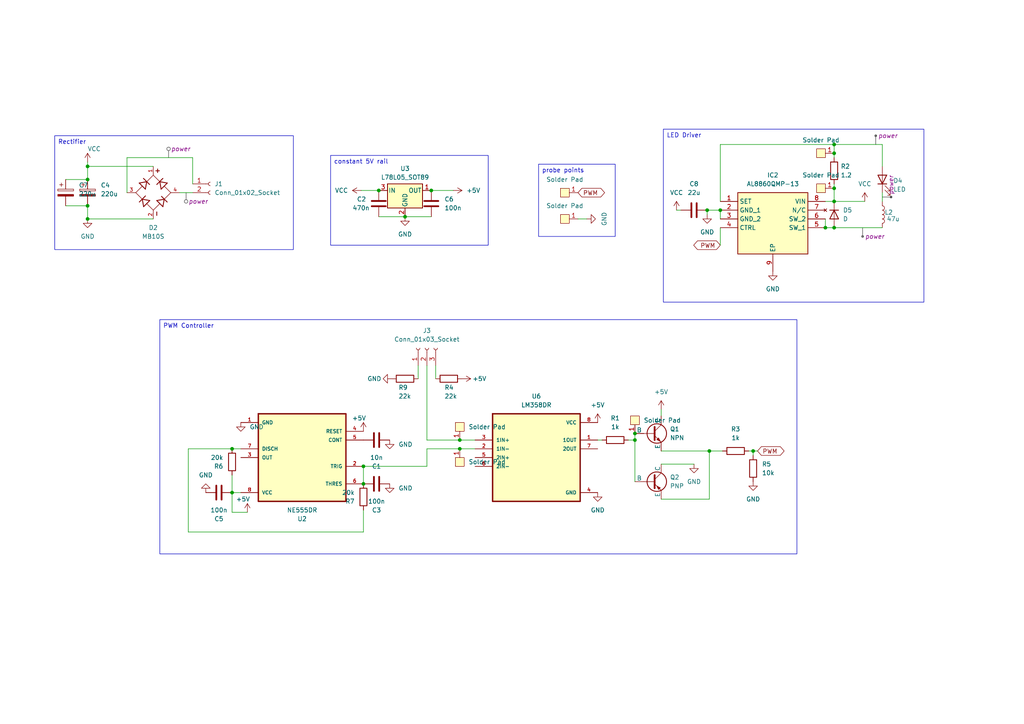
<source format=kicad_sch>
(kicad_sch (version 20230121) (generator eeschema)
  (paper "A4")
  (lib_symbols
    (symbol "AL8860QMP-13:AL8860QMP-13"
      (property "Reference" "IC" (at 26.67 7.62 0))
      (property "Value" "AL8860QMP-13" (at 26.67 5.08 0))
      (symbol "AL8860QMP-13_1_1"
        (rectangle (start 5.08 2.54) (end 25.4 -15.24) (stroke (width 0.254)) (fill (type background)))
        (pin passive line (at 0 0 0) (length 5.08) (name "SET") (number "1"))
        (pin passive line (at 0 -2.54 0) (length 5.08) (name "GND_1") (number "2"))
        (pin passive line (at 0 -5.08 0) (length 5.08) (name "GND_2") (number "3"))
        (pin passive line (at 0 -7.62 0) (length 5.08) (name "CTRL") (number "4"))
        (pin passive line (at 30.48 -7.62 180) (length 5.08) (name "SW_1") (number "5"))
        (pin passive line (at 30.48 -5.08 180) (length 5.08) (name "SW_2") (number "6"))
        (pin no_connect line (at 30.48 -2.54 180) (length 5.08) (name "N/C") (number "7"))
        (pin passive line (at 30.48 0 180) (length 5.08) (name "VIN") (number "8"))
        (pin passive line (at 15.24 -20.32 90) (length 5.08) (name "EP") (number "9"))
      )
    )
    (symbol "Connector:Conn_01x02_Socket" (pin_names (offset 1.016) hide)
      (property "Reference" "J" (at 0 2.54 0))
      (property "Value" "Conn_01x02_Socket" (at 0 -5.08 0))
      (symbol "Conn_01x02_Socket_1_1"
        (arc (start 0 -2.032) (mid -0.5058 -2.54) (end 0 -3.048) (stroke (width 0.1524)))
        (polyline (pts (xy -1.27 -2.54) (xy -0.508 -2.54)) (stroke (width 0.1524)))
        (polyline (pts (xy -1.27 0) (xy -0.508 0)) (stroke (width 0.1524)))
        (arc (start 0 0.508) (mid -0.5058 0) (end 0 -0.508) (stroke (width 0.1524)))
        (pin passive line (at -5.08 0 0) (length 3.81) (name "Pin_1") (number "1"))
        (pin passive line (at -5.08 -2.54 0) (length 3.81) (name "Pin_2") (number "2"))
      )
    )
    (symbol "Connector:Conn_01x03_Socket" (pin_names (offset 1.016) hide)
      (property "Reference" "J" (at 0 5.08 0))
      (property "Value" "Conn_01x03_Socket" (at 0 -5.08 0))
      (symbol "Conn_01x03_Socket_1_1"
        (arc (start 0 -2.032) (mid -0.5058 -2.54) (end 0 -3.048) (stroke (width 0.1524)))
        (polyline (pts (xy -1.27 -2.54) (xy -0.508 -2.54)) (stroke (width 0.1524)))
        (polyline (pts (xy -1.27 0) (xy -0.508 0)) (stroke (width 0.1524)))
        (polyline (pts (xy -1.27 2.54) (xy -0.508 2.54)) (stroke (width 0.1524)))
        (arc (start 0 0.508) (mid -0.5058 0) (end 0 -0.508) (stroke (width 0.1524)))
        (arc (start 0 3.048) (mid -0.5058 2.54) (end 0 2.032) (stroke (width 0.1524)))
        (pin passive line (at -5.08 2.54 0) (length 3.81) (name "Pin_1") (number "1"))
        (pin passive line (at -5.08 0 0) (length 3.81) (name "Pin_2") (number "2"))
        (pin passive line (at -5.08 -2.54 0) (length 3.81) (name "Pin_3") (number "3"))
      )
    )
    (symbol "Device:C" (pin_numbers hide) (pin_names (offset 0.254))
      (property "Reference" "C" (at 0.635 2.54 0))
      (property "Value" "C" (at 0.635 -2.54 0))
      (symbol "C_0_1"
        (polyline (pts (xy -2.032 -0.762) (xy 2.032 -0.762)) (stroke (width 0.508)))
        (polyline (pts (xy -2.032 0.762) (xy 2.032 0.762)) (stroke (width 0.508)))
      )
      (symbol "C_1_1"
        (pin passive line (at 0 3.81 270) (length 2.794) (name "~") (number "1"))
        (pin passive line (at 0 -3.81 90) (length 2.794) (name "~") (number "2"))
      )
    )
    (symbol "Device:C_Polarized" (pin_numbers hide) (pin_names (offset 0.254))
      (property "Reference" "C" (at 0.635 2.54 0))
      (property "Value" "C_Polarized" (at 0.635 -2.54 0))
      (symbol "C_Polarized_0_1"
        (rectangle (start -2.286 0.508) (end 2.286 1.016))
        (polyline (pts (xy -1.778 2.286) (xy -0.762 2.286)))
        (polyline (pts (xy -1.27 2.794) (xy -1.27 1.778)))
        (rectangle (start 2.286 -0.508) (end -2.286 -1.016) (fill (type outline)))
      )
      (symbol "C_Polarized_1_1"
        (pin passive line (at 0 3.81 270) (length 2.794) (name "~") (number "1"))
        (pin passive line (at 0 -3.81 90) (length 2.794) (name "~") (number "2"))
      )
    )
    (symbol "Device:D" (pin_numbers hide) (pin_names (offset 1.016) hide)
      (property "Reference" "D" (at 0 2.54 0))
      (property "Value" "D" (at 0 -2.54 0))
      (symbol "D_0_1"
        (polyline (pts (xy -1.27 1.27) (xy -1.27 -1.27)) (stroke (width 0.254)))
        (polyline (pts (xy 1.27 0) (xy -1.27 0)))
        (polyline (pts (xy 1.27 1.27) (xy 1.27 -1.27) (xy -1.27 0) (xy 1.27 1.27)) (stroke (width 0.254)))
      )
      (symbol "D_1_1"
        (pin passive line (at -3.81 0 0) (length 2.54) (name "K") (number "1"))
        (pin passive line (at 3.81 0 180) (length 2.54) (name "A") (number "2"))
      )
    )
    (symbol "Device:L" (pin_numbers hide) (pin_names (offset 1.016) hide)
      (property "Reference" "L" (at -1.27 0 90))
      (property "Value" "L" (at 1.905 0 90))
      (symbol "L_0_1"
        (arc (start 0 -2.54) (mid 0.6323 -1.905) (end 0 -1.27))
        (arc (start 0 -1.27) (mid 0.6323 -0.635) (end 0 0))
        (arc (start 0 0) (mid 0.6323 0.635) (end 0 1.27))
        (arc (start 0 1.27) (mid 0.6323 1.905) (end 0 2.54))
      )
      (symbol "L_1_1"
        (pin passive line (at 0 3.81 270) (length 1.27) (name "1") (number "1"))
        (pin passive line (at 0 -3.81 90) (length 1.27) (name "2") (number "2"))
      )
    )
    (symbol "Device:LED" (pin_numbers hide) (pin_names (offset 1.016) hide)
      (property "Reference" "D" (at 0 2.54 0))
      (property "Value" "LED" (at 0 -2.54 0))
      (symbol "LED_0_1"
        (polyline (pts (xy -1.27 -1.27) (xy -1.27 1.27)) (stroke (width 0.254)))
        (polyline (pts (xy -1.27 0) (xy 1.27 0)))
        (polyline (pts (xy 1.27 -1.27) (xy 1.27 1.27) (xy -1.27 0) (xy 1.27 -1.27)) (stroke (width 0.254)))
        (polyline (pts (xy -3.048 -0.762) (xy -4.572 -2.286) (xy -3.81 -2.286) (xy -4.572 -2.286) (xy -4.572 -1.524)))
        (polyline (pts (xy -1.778 -0.762) (xy -3.302 -2.286) (xy -2.54 -2.286) (xy -3.302 -2.286) (xy -3.302 -1.524)))
      )
      (symbol "LED_1_1"
        (pin passive line (at -3.81 0 0) (length 2.54) (name "K") (number "1"))
        (pin passive line (at 3.81 0 180) (length 2.54) (name "A") (number "2"))
      )
    )
    (symbol "Device:R" (pin_numbers hide) (pin_names (offset 0))
      (property "Reference" "R" (at 2.032 0 90))
      (property "Value" "R" (at 0 0 90))
      (symbol "R_0_1"
        (rectangle (start -1.016 -2.54) (end 1.016 2.54) (stroke (width 0.254)))
      )
      (symbol "R_1_1"
        (pin passive line (at 0 3.81 270) (length 1.27) (name "~") (number "1"))
        (pin passive line (at 0 -3.81 90) (length 1.27) (name "~") (number "2"))
      )
    )
    (symbol "LM358DR:LM358DR" (pin_names (offset 1.016))
      (property "Reference" "U" (at -12.7 13.7 0))
      (property "Value" "LM358DR" (at -12.7 -16.7 0))
      (symbol "LM358DR_0_0"
        (rectangle (start -12.7 -12.7) (end 12.7 12.7) (stroke (width 0.41)) (fill (type background)))
        (pin output line (at 17.78 5.08 180) (length 5.08) (name "1OUT") (number "1"))
        (pin input line (at -17.78 2.54 0) (length 5.08) (name "1IN-") (number "2"))
        (pin input line (at -17.78 5.08 0) (length 5.08) (name "1IN+") (number "3"))
        (pin power_in line (at 17.78 -10.16 180) (length 5.08) (name "GND") (number "4"))
        (pin input line (at -17.78 0 0) (length 5.08) (name "2IN+") (number "5"))
        (pin input line (at -17.78 -2.54 0) (length 5.08) (name "2IN-") (number "6"))
        (pin output line (at 17.78 2.54 180) (length 5.08) (name "2OUT") (number "7"))
        (pin power_in line (at 17.78 10.16 180) (length 5.08) (name "VCC") (number "8"))
      )
    )
    (symbol "MB10S:MB10S" (pin_names (offset 1.016))
      (property "Reference" "D" (at 5.08 5.08 0))
      (property "Value" "MB10S" (at 5.08 -7.62 0))
      (symbol "MB10S_0_0"
        (polyline (pts (xy -6.858 1.27) (xy -5.842 1.27)) (stroke (width 0.254)))
        (polyline (pts (xy -6.35 0.762) (xy -6.35 1.778)) (stroke (width 0.254)))
        (polyline (pts (xy -5.08 0) (xy -3.175 -1.905)) (stroke (width 0.1524)))
        (polyline (pts (xy -3.175 -1.905) (xy -2.794 -4.064)) (stroke (width 0.254)))
        (polyline (pts (xy -3.175 -1.905) (xy -1.016 -2.286)) (stroke (width 0.254)))
        (polyline (pts (xy -3.175 1.905) (xy -5.08 0)) (stroke (width 0.1524)))
        (polyline (pts (xy -3.175 1.905) (xy -2.794 4.064)) (stroke (width 0.254)))
        (polyline (pts (xy -3.175 1.905) (xy -1.016 2.286)) (stroke (width 0.254)))
        (polyline (pts (xy -2.3622 -1.0668) (xy -4.1402 -2.8448)) (stroke (width 0.254)))
        (polyline (pts (xy -2.3622 1.016) (xy -4.1402 2.794)) (stroke (width 0.254)))
        (polyline (pts (xy -1.016 -2.286) (xy -2.794 -4.064)) (stroke (width 0.254)))
        (polyline (pts (xy -1.016 2.286) (xy -2.794 4.064)) (stroke (width 0.254)))
        (polyline (pts (xy 0 -5.08) (xy -1.8034 -3.2766)) (stroke (width 0.1524)))
        (polyline (pts (xy 0 -5.08) (xy 1.905 -3.175)) (stroke (width 0.1524)))
        (polyline (pts (xy 0 5.08) (xy -1.8034 3.2766)) (stroke (width 0.1524)))
        (polyline (pts (xy 1.905 -3.175) (xy 2.286 -1.016)) (stroke (width 0.254)))
        (polyline (pts (xy 1.905 -3.175) (xy 4.064 -2.794)) (stroke (width 0.254)))
        (polyline (pts (xy 1.905 3.175) (xy 0 5.08)) (stroke (width 0.1524)))
        (polyline (pts (xy 1.905 3.175) (xy 2.286 1.016)) (stroke (width 0.254)))
        (polyline (pts (xy 1.905 3.175) (xy 4.064 2.794)) (stroke (width 0.254)))
        (polyline (pts (xy 2.7178 -4.0386) (xy 0.9398 -2.2606)) (stroke (width 0.254)))
        (polyline (pts (xy 2.7178 4.0386) (xy 1.0668 2.3876)) (stroke (width 0.254)))
        (polyline (pts (xy 3.2766 -1.8034) (xy 5.08 0)) (stroke (width 0.1524)))
        (polyline (pts (xy 4.064 -2.794) (xy 2.286 -1.016)) (stroke (width 0.254)))
        (polyline (pts (xy 4.064 2.794) (xy 2.286 1.016)) (stroke (width 0.254)))
        (polyline (pts (xy 5.08 0) (xy 3.2766 1.8034)) (stroke (width 0.1524)))
        (polyline (pts (xy 5.588 1.016) (xy 6.604 1.016)) (stroke (width 0.254)))
        (pin passive line (at -7.62 0 0) (length 2.54) (name "~") (number "1"))
        (pin passive line (at 7.62 0 180) (length 2.54) (name "~") (number "2"))
        (pin passive line (at 0 -7.62 90) (length 2.54) (name "~") (number "3"))
        (pin passive line (at 0 7.62 270) (length 2.54) (name "~") (number "4"))
      )
    )
    (symbol "NE555DR:NE555DR" (pin_names (offset 1.016))
      (property "Reference" "U" (at -12.7 13.7 0))
      (property "Value" "NE555DR" (at -12.7 -16.7 0))
      (symbol "NE555DR_0_0"
        (rectangle (start -12.7 -12.7) (end 12.7 12.7) (stroke (width 0.41)) (fill (type background)))
        (pin power_in line (at 17.78 -10.16 180) (length 5.08) (name "GND") (number "1"))
        (pin input line (at -17.78 2.54 0) (length 5.08) (name "TRIG") (number "2"))
        (pin output line (at 17.78 0 180) (length 5.08) (name "OUT") (number "3"))
        (pin input line (at -17.78 -7.62 0) (length 5.08) (name "RESET") (number "4"))
        (pin bidirectional line (at -17.78 -5.08 0) (length 5.08) (name "CONT") (number "5"))
        (pin input line (at -17.78 7.62 0) (length 5.08) (name "THRES") (number "6"))
        (pin output line (at 17.78 -2.54 180) (length 5.08) (name "DISCH") (number "7"))
        (pin power_in line (at 17.78 10.16 180) (length 5.08) (name "VCC") (number "8"))
      )
    )
    (symbol "Regulator_Linear:L78L05_SOT89" (pin_names (offset 0.254))
      (property "Reference" "U" (at -3.81 3.175 0))
      (property "Value" "L78L05_SOT89" (at -0.635 3.175 0))
      (symbol "L78L05_SOT89_0_1"
        (rectangle (start -5.08 1.905) (end 5.08 -5.08) (stroke (width 0.254)) (fill (type background)))
      )
      (symbol "L78L05_SOT89_1_1"
        (pin power_out line (at 7.62 0 180) (length 2.54) (name "OUT") (number "1"))
        (pin power_in line (at 0 -7.62 90) (length 2.54) (name "GND") (number "2"))
        (pin power_in line (at -7.62 0 0) (length 2.54) (name "IN") (number "3"))
      )
    )
    (symbol "Simulation_SPICE:NPN" (pin_numbers hide) (pin_names (offset 0))
      (property "Reference" "Q" (at -2.54 7.62 0))
      (property "Value" "NPN" (at -2.54 5.08 0))
      (symbol "NPN_0_1"
        (polyline (pts (xy -2.54 0) (xy 0.635 0)) (stroke (width 0.1524)))
        (polyline (pts (xy 0.635 0.635) (xy 2.54 2.54)))
        (polyline (pts (xy 2.794 -1.27) (xy 2.794 -1.27)) (stroke (width 0.1524)))
        (polyline (pts (xy 2.794 -1.27) (xy 2.794 -1.27)) (stroke (width 0.1524)))
        (polyline (pts (xy 0.635 -0.635) (xy 2.54 -2.54) (xy 2.54 -2.54)))
        (polyline (pts (xy 0.635 1.905) (xy 0.635 -1.905) (xy 0.635 -1.905)) (stroke (width 0.508)))
        (polyline (pts (xy 1.27 -1.778) (xy 1.778 -1.27) (xy 2.286 -2.286) (xy 1.27 -1.778) (xy 1.27 -1.778)) (fill (type outline)))
        (circle (center 1.27 0) (radius 2.8194) (stroke (width 0.254)))
      )
      (symbol "NPN_1_1"
        (pin open_collector line (at 2.54 5.08 270) (length 2.54) (name "C") (number "1"))
        (pin input line (at -5.08 0 0) (length 2.54) (name "B") (number "2"))
        (pin open_emitter line (at 2.54 -5.08 90) (length 2.54) (name "E") (number "3"))
      )
    )
    (symbol "Simulation_SPICE:PNP" (pin_numbers hide) (pin_names (offset 0))
      (property "Reference" "Q" (at -2.54 7.62 0))
      (property "Value" "PNP" (at -2.54 5.08 0))
      (symbol "PNP_0_1"
        (polyline (pts (xy -2.54 0) (xy 0.635 0)) (stroke (width 0.1524)))
        (polyline (pts (xy 0.635 0.635) (xy 2.54 2.54)))
        (polyline (pts (xy 0.635 -0.635) (xy 2.54 -2.54) (xy 2.54 -2.54)))
        (polyline (pts (xy 0.635 1.905) (xy 0.635 -1.905) (xy 0.635 -1.905)) (stroke (width 0.508)))
        (polyline (pts (xy 2.286 -1.778) (xy 1.778 -2.286) (xy 1.27 -1.27) (xy 2.286 -1.778) (xy 2.286 -1.778)) (fill (type outline)))
        (circle (center 1.27 0) (radius 2.8194) (stroke (width 0.254)))
      )
      (symbol "PNP_1_1"
        (pin open_collector line (at 2.54 5.08 270) (length 2.54) (name "C") (number "1"))
        (pin input line (at -5.08 0 0) (length 2.54) (name "B") (number "2"))
        (pin open_emitter line (at 2.54 -5.08 90) (length 2.54) (name "E") (number "3"))
      )
    )
    (symbol "custom_components:SolderPad"
      (property "Value" "Solder Pad" (at 0 2.54 0))
      (symbol "SolderPad_1_1"
        (rectangle (start -1.27 1.27) (end 1.27 -1.27) (fill (type background)))
        (pin bidirectional line (at 3.81 0 180) (length 2.54) (name "") (number "1"))
      )
    )
    (symbol "power:+5V" (power) (pin_names (offset 0))
      (property "Value" "+5V" (at 0 3.556 0))
      (symbol "+5V_0_1"
        (polyline (pts (xy -0.762 1.27) (xy 0 2.54)))
        (polyline (pts (xy 0 0) (xy 0 2.54)))
        (polyline (pts (xy 0 2.54) (xy 0.762 1.27)))
      )
      (symbol "+5V_1_1"
        (pin power_in line (at 0 0 90) (length 0) hide (name "+5V") (number "1"))
      )
    )
    (symbol "power:GND" (power) (pin_names (offset 0))
      (property "Value" "GND" (at 0 -3.81 0))
      (symbol "GND_0_1"
        (polyline (pts (xy 0 0) (xy 0 -1.27) (xy 1.27 -1.27) (xy 0 -2.54) (xy -1.27 -1.27) (xy 0 -1.27)))
      )
      (symbol "GND_1_1"
        (pin power_in line (at 0 0 270) (length 0) hide (name "GND") (number "1"))
      )
    )
    (symbol "power:VCC" (power) (pin_names (offset 0))
      (property "Value" "VCC" (at 0 3.81 0))
      (symbol "VCC_0_1"
        (polyline (pts (xy -0.762 1.27) (xy 0 2.54)))
        (polyline (pts (xy 0 0) (xy 0 2.54)))
        (polyline (pts (xy 0 2.54) (xy 0.762 1.27)))
      )
      (symbol "VCC_1_1"
        (pin power_in line (at 0 0 90) (length 0) hide (name "VCC") (number "1"))
      )
    )
  )
  (junction (at 25.4 52.07))
  (junction (at 239.395 66.04))
  (junction (at 218.44 130.81))
  (junction (at 205.105 60.96))
  (junction (at 25.4 63.5))
  (junction (at 184.15 125.73))
  (junction (at 205.74 130.81))
  (junction (at 105.41 135.255))
  (junction (at 133.35 130.175))
  (junction (at 109.855 55.245))
  (junction (at 133.35 127.635))
  (junction (at 25.4 59.69))
  (junction (at 241.935 58.42))
  (junction (at 208.915 60.96))
  (junction (at 241.935 54.61))
  (junction (at 241.935 66.04))
  (junction (at 25.4 48.26))
  (junction (at 117.475 62.865))
  (junction (at 241.935 44.45))
  (junction (at 105.41 140.335))
  (junction (at 67.31 142.875))
  (junction (at 125.095 55.245))
  (junction (at 67.31 130.175))
  (junction (at 241.935 41.91))
  (junction (at 184.15 127.635))
  (wire (pts (xy 109.855 62.865) (xy 117.475 62.865)))
  (wire (pts (xy 208.915 71.12) (xy 208.915 66.04)))
  (wire (pts (xy 67.31 142.875) (xy 67.31 137.795)))
  (wire (pts (xy 104.775 55.245) (xy 109.855 55.245)))
  (wire (pts (xy 208.915 58.42) (xy 208.915 41.91)))
  (wire (pts (xy 191.77 130.81) (xy 205.74 130.81)))
  (wire (pts (xy 218.44 132.08) (xy 218.44 130.81)))
  (wire (pts (xy 205.74 130.81) (xy 209.55 130.81)))
  (wire (pts (xy 241.935 53.34) (xy 241.935 54.61)))
  (wire (pts (xy 67.31 142.875) (xy 67.31 148.59)))
  (wire (pts (xy 205.105 60.96) (xy 208.915 60.96)))
  (wire (pts (xy 173.355 127.635) (xy 174.625 127.635)))
  (wire (pts (xy 241.935 44.45) (xy 241.935 45.72)))
  (wire (pts (xy 201.295 134.62) (xy 191.77 134.62)))
  (wire (pts (xy 137.795 127.635) (xy 133.35 127.635)))
  (wire (pts (xy 19.05 52.07) (xy 25.4 52.07)))
  (wire (pts (xy 255.905 58.42) (xy 255.905 55.88)))
  (wire (pts (xy 25.4 48.26) (xy 44.45 48.26)))
  (wire (pts (xy 123.825 130.175) (xy 133.35 130.175)))
  (wire (pts (xy 25.4 59.69) (xy 25.4 63.5)))
  (wire (pts (xy 241.935 41.91) (xy 241.935 44.45)))
  (wire (pts (xy 239.395 66.04) (xy 241.935 66.04)))
  (wire (pts (xy 133.35 127.635) (xy 123.825 127.635)))
  (wire (pts (xy 55.88 45.72) (xy 55.88 53.34)))
  (wire (pts (xy 218.44 130.81) (xy 219.71 130.81)))
  (wire (pts (xy 241.935 54.61) (xy 241.935 58.42)))
  (wire (pts (xy 184.15 127.635) (xy 184.15 139.7)))
  (wire (pts (xy 67.31 130.175) (xy 54.61 130.175)))
  (wire (pts (xy 205.105 62.23) (xy 205.105 60.96)))
  (wire (pts (xy 126.365 106.045) (xy 126.365 109.855)))
  (wire (pts (xy 25.4 48.26) (xy 25.4 52.07)))
  (wire (pts (xy 170.18 63.5) (xy 167.64 63.5)))
  (wire (pts (xy 241.935 41.91) (xy 255.905 41.91)))
  (wire (pts (xy 241.935 58.42) (xy 250.825 58.42)))
  (wire (pts (xy 184.15 125.73) (xy 184.15 127.635)))
  (wire (pts (xy 52.07 55.88) (xy 55.88 55.88)))
  (wire (pts (xy 191.77 118.745) (xy 191.77 120.65)))
  (wire (pts (xy 182.245 127.635) (xy 184.15 127.635)))
  (wire (pts (xy 191.77 144.78) (xy 205.74 144.78)))
  (wire (pts (xy 36.83 45.72) (xy 55.88 45.72)))
  (wire (pts (xy 218.44 130.81) (xy 217.17 130.81)))
  (wire (pts (xy 69.85 130.175) (xy 67.31 130.175)))
  (wire (pts (xy 255.905 66.04) (xy 241.935 66.04)))
  (wire (pts (xy 133.35 130.175) (xy 137.795 130.175)))
  (wire (pts (xy 25.4 46.99) (xy 25.4 48.26)))
  (wire (pts (xy 205.74 144.78) (xy 205.74 130.81)))
  (wire (pts (xy 239.395 63.5) (xy 239.395 66.04)))
  (wire (pts (xy 123.825 135.255) (xy 105.41 135.255)))
  (wire (pts (xy 67.31 148.59) (xy 71.755 148.59)))
  (wire (pts (xy 36.83 55.88) (xy 36.83 45.72)))
  (wire (pts (xy 208.915 60.96) (xy 208.915 63.5)))
  (wire (pts (xy 241.935 58.42) (xy 239.395 58.42)))
  (wire (pts (xy 54.61 130.175) (xy 54.61 154.305)))
  (wire (pts (xy 123.825 130.175) (xy 123.825 135.255)))
  (wire (pts (xy 54.61 154.305) (xy 105.41 154.305)))
  (wire (pts (xy 121.285 106.045) (xy 121.285 109.855)))
  (wire (pts (xy 196.215 60.96) (xy 197.485 60.96)))
  (wire (pts (xy 255.905 41.91) (xy 255.905 48.26)))
  (wire (pts (xy 67.31 142.875) (xy 69.85 142.875)))
  (wire (pts (xy 208.915 41.91) (xy 241.935 41.91)))
  (wire (pts (xy 25.4 63.5) (xy 44.45 63.5)))
  (wire (pts (xy 117.475 62.865) (xy 125.095 62.865)))
  (wire (pts (xy 19.05 59.69) (xy 25.4 59.69)))
  (wire (pts (xy 123.825 106.045) (xy 123.825 127.635)))
  (wire (pts (xy 105.41 140.335) (xy 105.41 135.255)))
  (wire (pts (xy 125.095 55.245) (xy 131.445 55.245)))
  (wire (pts (xy 105.41 154.305) (xy 105.41 147.955)))
  (text_box "constant 5V rail" (at 95.885 45.085 0) (size 45.72 26.035) (effects (font (size 1.27 1.27)) (justify left top)))
  (text_box "PWM Controller" (at 46.355 92.71 0) (size 184.785 67.945) (effects (font (size 1.27 1.27)) (justify left top)))
  (text_box "Rectifier" (at 15.875 39.37 0) (size 69.215 33.02) (effects (font (size 1.27 1.27)) (justify left top)))
  (text_box "LED Driver" (at 192.405 37.465 0) (size 75.565 50.165) (effects (font (size 1.27 1.27)) (justify left top)))
  (text_box "probe points" (at 156.21 47.625 0) (size 22.225 20.955) (effects (font (size 1.27 1.27)) (justify left top)))
  (global_label "PWM" (shape bidirectional) (at 219.71 130.81 0) (property "Intersheetrefs" "${INTERSHEET_REFS}" (effects hide)))
  (global_label "PWM" (shape bidirectional) (at 167.64 55.88 0) (property "Intersheetrefs" "${INTERSHEET_REFS}" (effects hide)))
  (global_label "PWM" (shape bidirectional) (at 208.915 71.12 180) (property "Intersheetrefs" "${INTERSHEET_REFS}" (effects hide)))
  (netclass_flag "" (length 2.54) (shape round) (at 48.895 45.72 0) (property "Netclass" "power" (at 49.5935 43.18 0) (effects (font italic) (justify left))))
  (netclass_flag "" (length 2.54) (shape dot) (at 255.905 57.15 270) (property "Netclass" "power" (at 258.445 56.4515 90) (effects (font italic) (justify left))))
  (netclass_flag "" (length 2.54) (shape dot) (at 254 41.91 0) (property "Netclass" "power" (at 254.6985 39.37 0) (effects (font italic) (justify left))))
  (netclass_flag "" (length 2.54) (shape dot) (at 250.19 66.04 180) (property "Netclass" "power" (at 250.8885 68.58 0) (effects (font italic) (justify left))))
  (netclass_flag "" (length 2.54) (shape round) (at 53.975 55.88 180) (property "Netclass" "power" (at 54.6735 58.42 0) (effects (font italic) (justify left))))
  (symbol (lib_id "custom_components:SolderPad") (at 238.125 54.61 0) (unit 1) (in_bom no)
    (property "Reference" "U9" (effects hide))
    (property "Value" "Solder Pad" (at 238.125 50.8 0))
    (property "Footprint" "custom_components:SolderPad_3x3mm" (effects hide))
  )
  (symbol (lib_id "power:+5V") (at 131.445 55.245 270) (unit 1)
    (property "Reference" "#PWR016" (effects hide))
    (property "Value" "+5V" (at 135.255 55.245 90) (effects (justify left)))
  )
  (symbol (lib_id "power:+5V") (at 105.41 125.095 0) (unit 1)
    (property "Reference" "#PWR01" (effects hide))
    (property "Value" "+5V" (at 104.14 121.285 0))
  )
  (symbol (lib_id "AL8860QMP-13:AL8860QMP-13") (at 208.915 58.42 0) (unit 1)
    (property "Reference" "IC2" (at 224.155 50.8 0))
    (property "Value" "AL8860QMP-13" (at 224.155 53.34 0))
    (property "Footprint" "KiCad:SOP65P490X110-9N" (effects hide))
    (property "Datasheet" "https://www.diodes.com/assets/Datasheets/AL8860Q.pdf" (effects hide))
    (property "Height" "1.1" (effects hide))
    (property "Manufacturer_Name" "Diodes Incorporated" (effects hide))
    (property "Manufacturer_Part_Number" "AL8860QMP-13" (effects hide))
    (property "LCSC" "C2678649" (effects hide))
  )
  (symbol (lib_id "Device:C_Polarized") (at 19.05 55.88 0) (unit 1) (in_bom no)
    (property "Reference" "C7" (at 22.86 53.721 0) (effects (justify left)))
    (property "Value" "220u" (at 22.86 56.261 0) (effects (justify left)))
    (property "Footprint" "Capacitor_THT:CP_Radial_D6.3mm_P2.50mm" (effects hide))
  )
  (symbol (lib_id "power:GND") (at 201.295 134.62 0) (unit 1)
    (property "Reference" "#PWR019" (effects hide))
    (property "Value" "GND" (at 201.295 139.7 0))
  )
  (symbol (lib_id "power:GND") (at 117.475 62.865 0) (unit 1)
    (property "Reference" "#PWR015" (effects hide))
    (property "Value" "GND" (at 117.475 67.945 0))
  )
  (symbol (lib_id "power:VCC") (at 104.775 55.245 90) (unit 1)
    (property "Reference" "#PWR017" (effects hide))
    (property "Value" "VCC" (at 100.965 55.245 90) (effects (justify left)))
  )
  (symbol (lib_id "Simulation_SPICE:PNP") (at 189.23 139.7 0) (unit 1)
    (property "Reference" "Q2" (at 194.31 138.43 0) (effects (justify left)))
    (property "Value" "PNP" (at 194.31 140.97 0) (effects (justify left)))
    (property "Footprint" "custom_components:custom_SOT-23-3" (effects hide))
    (property "Sim.Device" "PNP" (effects hide))
    (property "Sim.Type" "GUMMELPOON" (effects hide))
    (property "Sim.Pins" "1=C 2=B 3=E" (effects hide))
    (property "LCSC" "C8542" (effects hide))
  )
  (symbol (lib_id "power:GND") (at 59.69 142.875 180) (unit 1)
    (property "Reference" "#PWR014" (effects hide))
    (property "Value" "GND" (at 59.69 137.795 0))
  )
  (symbol (lib_id "Device:R") (at 241.935 49.53 180) (unit 1) (in_bom no)
    (property "Reference" "R2" (at 243.84 48.26 0) (effects (justify right)))
    (property "Value" "1.2" (at 243.84 50.8 0) (effects (justify right)))
    (property "Footprint" "Resistor_SMD:R_0603_1608Metric" (effects hide))
  )
  (symbol (lib_id "Device:R") (at 117.475 109.855 270) (unit 1)
    (property "Reference" "R9" (at 115.57 112.395 90) (effects (justify left)))
    (property "Value" "22k" (at 115.57 114.935 90) (effects (justify left)))
    (property "Footprint" "Resistor_SMD:R_0603_1608Metric" (effects hide))
  )
  (symbol (lib_id "custom_components:SolderPad") (at 163.83 55.88 0) (unit 1) (in_bom no)
    (property "Reference" "U1" (effects hide))
    (property "Value" "Solder Pad" (at 163.83 52.07 0))
    (property "Footprint" "custom_components:SolderPad_3x3mm" (effects hide))
  )
  (symbol (lib_id "NE555DR:NE555DR") (at 87.63 132.715 180) (unit 1)
    (property "Reference" "U2" (at 87.63 150.495 0))
    (property "Value" "NE555DR" (at 87.63 147.955 0))
    (property "Footprint" "NE555DR:SOIC127P599X175-8N" (effects hide))
    (property "DigiKey_Part_Number" "296-6501-2-ND" (effects hide))
    (property "MF" "Texas Instruments" (effects hide))
    (property "MOUSER-PURCHASE-URL" "https://snapeda.com/shop?store=Mouser&id=290253" (effects hide))
    (property "DESCRIPTION" "Precision Timers 8-SOIC -40 to 105" (effects hide))
    (property "PACKAGE" "SOIC-8 Texas Instruments" (effects hide))
    (property "PRICE" "None" (effects hide))
    (property "Package" "SOIC-8 Texas Instruments" (effects hide))
    (property "Check_prices" "https://www.snapeda.com/parts/NE555DR/Texas+Instruments/view-part/?ref=eda" (effects hide))
    (property "SnapEDA_Link" "https://www.snapeda.com/parts/NE555DR/Texas+Instruments/view-part/?ref=snap" (effects hide))
    (property "MP" "NE555DR" (effects hide))
    (property "TEXAS_INSTRUMENTS-PURCHASE-URL" "https://snapeda.com/shop?store=Texas+Instruments&id=290253" (effects hide))
    (property "ARROW_ELECTRONICS-PURCHASE-URL" "https://snapeda.com/shop?store=Arrow+Electronics&id=290253" (effects hide))
    (property "AVAILABILITY" "Unavailable" (effects hide))
    (property "DIGIKEY-PURCHASE-URL" "https://snapeda.com/shop?store=DigiKey&id=290253" (effects hide))
    (property "Description" "\nSingle Precision Timer\n" (effects hide))
    (property "LCSC" "C7593" (effects hide))
  )
  (symbol (lib_id "power:GND") (at 173.355 142.875 0) (unit 1)
    (property "Reference" "#PWR013" (effects hide))
    (property "Value" "GND" (at 173.355 147.955 0))
  )
  (symbol (lib_id "Device:L") (at 255.905 62.23 0) (unit 1)
    (property "Reference" "L2" (at 256.54 61.595 0) (effects (justify left)))
    (property "Value" "47u" (at 257.175 63.5 0) (effects (justify left)))
    (property "Footprint" "Inductor_SMD:L_1210_3225Metric" (effects hide))
    (property "LCSC" "C361668" (effects hide))
  )
  (symbol (lib_id "power:+5V") (at 173.355 122.555 0) (unit 1)
    (property "Reference" "#PWR011" (effects hide))
    (property "Value" "+5V" (at 173.355 117.475 0))
  )
  (symbol (lib_id "custom_components:SolderPad") (at 238.125 44.45 0) (unit 1) (in_bom no)
    (property "Reference" "U5" (effects hide))
    (property "Value" "Solder Pad" (at 238.125 40.64 0))
    (property "Footprint" "custom_components:SolderPad_3x3mm" (effects hide))
  )
  (symbol (lib_id "Device:C") (at 63.5 142.875 270) (unit 1)
    (property "Reference" "C5" (at 63.5 150.495 90))
    (property "Value" "100n" (at 63.5 147.955 90))
    (property "Footprint" "Capacitor_SMD:C_0603_1608Metric" (effects hide))
  )
  (symbol (lib_id "power:+5V") (at 191.77 118.745 0) (unit 1)
    (property "Reference" "#PWR08" (effects hide))
    (property "Value" "+5V" (at 191.77 113.665 0))
  )
  (symbol (lib_id "Device:R") (at 67.31 133.985 180) (unit 1)
    (property "Reference" "R6" (at 64.77 135.255 0) (effects (justify left)))
    (property "Value" "20k" (at 64.77 132.715 0) (effects (justify left)))
    (property "Footprint" "Resistor_SMD:R_0603_1608Metric" (effects hide))
  )
  (symbol (lib_id "custom_components:SolderPad") (at 163.83 63.5 0) (unit 1) (in_bom no)
    (property "Reference" "U4" (effects hide))
    (property "Value" "Solder Pad" (at 163.83 59.69 0))
    (property "Footprint" "custom_components:SolderPad_3x3mm" (effects hide))
  )
  (symbol (lib_id "Device:C") (at 109.22 127.635 270) (unit 1)
    (property "Reference" "C1" (at 109.22 135.255 90))
    (property "Value" "10n" (at 109.22 132.715 90))
    (property "Footprint" "Capacitor_SMD:C_0603_1608Metric" (effects hide))
  )
  (symbol (lib_id "Device:R") (at 130.175 109.855 270) (unit 1)
    (property "Reference" "R4" (at 128.905 112.395 90) (effects (justify left)))
    (property "Value" "22k" (at 128.905 114.935 90) (effects (justify left)))
    (property "Footprint" "Resistor_SMD:R_0603_1608Metric" (effects hide))
  )
  (symbol (lib_id "power:GND") (at 113.03 127.635 0) (unit 1)
    (property "Reference" "#PWR03" (effects hide))
    (property "Value" "GND" (at 115.57 128.905 0) (effects (justify left)))
  )
  (symbol (lib_id "Device:C") (at 109.855 59.055 0) (unit 1)
    (property "Reference" "C2" (at 103.505 57.785 0) (effects (justify left)))
    (property "Value" "470n" (at 102.235 60.325 0) (effects (justify left)))
    (property "Footprint" "Capacitor_SMD:C_0603_1608Metric" (effects hide))
  )
  (symbol (lib_id "custom_components:SolderPad") (at 184.15 121.92 270) (unit 1) (in_bom no)
    (property "Reference" "U10" (effects hide))
    (property "Value" "Solder Pad" (at 186.69 121.92 90) (effects (justify left)))
    (property "Footprint" "custom_components:SolderPad_3x3mm" (effects hide))
  )
  (symbol (lib_id "custom_components:SolderPad") (at 133.35 133.985 90) (unit 1) (in_bom no)
    (property "Reference" "U8" (effects hide))
    (property "Value" "Solder Pad" (at 135.89 133.985 90) (effects (justify right)))
    (property "Footprint" "custom_components:SolderPad_3x3mm" (effects hide))
  )
  (symbol (lib_id "power:VCC") (at 25.4 46.99 0) (unit 1)
    (property "Reference" "#PWR05" (effects hide))
    (property "Value" "VCC" (at 25.4 43.18 0) (effects (justify left)))
  )
  (symbol (lib_id "Connector:Conn_01x02_Socket") (at 60.96 53.34 0) (unit 1) (in_bom no)
    (property "Reference" "J1" (at 62.23 53.34 0) (effects (justify left)))
    (property "Value" "Conn_01x02_Socket" (at 62.23 55.88 0) (effects (justify left)))
    (property "Footprint" "Connector_JST:JST_XH_B2B-XH-A_1x02_P2.50mm_Vertical" (effects hide))
  )
  (symbol (lib_id "Device:R") (at 218.44 135.89 180) (unit 1)
    (property "Reference" "R5" (at 220.98 134.62 0) (effects (justify right)))
    (property "Value" "10k" (at 220.98 137.16 0) (effects (justify right)))
    (property "Footprint" "Resistor_SMD:R_0603_1608Metric" (effects hide))
  )
  (symbol (lib_id "power:+5V") (at 133.985 109.855 270) (unit 1)
    (property "Reference" "#PWR018" (effects hide))
    (property "Value" "+5V" (at 139.065 109.855 90))
  )
  (symbol (lib_id "Connector:Conn_01x03_Socket") (at 123.825 100.965 90) (unit 1) (in_bom no)
    (property "Reference" "J3" (at 123.825 95.885 90))
    (property "Value" "Conn_01x03_Socket" (at 123.825 98.425 90))
    (property "Footprint" "Connector_JST:JST_XH_B3B-XH-A_1x03_P2.50mm_Vertical" (effects hide))
  )
  (symbol (lib_id "power:GND") (at 205.105 62.23 0) (unit 1)
    (property "Reference" "#PWR022" (effects hide))
    (property "Value" "GND" (at 205.105 67.31 0))
  )
  (symbol (lib_id "Device:C") (at 109.22 140.335 90) (unit 1)
    (property "Reference" "C3" (at 109.22 147.955 90))
    (property "Value" "100n" (at 109.22 145.415 90))
    (property "Footprint" "Capacitor_SMD:C_0603_1608Metric" (effects hide))
  )
  (symbol (lib_id "Device:LED") (at 255.905 52.07 90) (unit 1) (in_bom no)
    (property "Reference" "D4" (at 259.08 52.3875 90) (effects (justify right)))
    (property "Value" "LED" (at 259.08 54.9275 90) (effects (justify right)))
    (property "Footprint" "LED_SMD:LED_PLCC_2835" (effects hide))
  )
  (symbol (lib_id "power:GND") (at 113.665 109.855 270) (unit 1)
    (property "Reference" "#PWR010" (effects hide))
    (property "Value" "GND" (at 108.585 109.855 90))
  )
  (symbol (lib_id "MB10S:MB10S") (at 44.45 55.88 270) (unit 1)
    (property "Reference" "D2" (at 44.45 66.04 90))
    (property "Value" "MB10S" (at 44.45 68.58 90))
    (property "Footprint" "MB10S:SOIC245P670X290-4N" (effects hide))
    (property "MF" "ON Semiconductor" (effects hide))
    (property "DESCRIPTION" "MB10S Series 0.5 A 1000 V Low Leakage SMT Bridge Rectifier - SOIC-4" (effects hide))
    (property "PACKAGE" "SOIC-4 ON Semiconductor" (effects hide))
    (property "PRICE" "None" (effects hide))
    (property "Package" "SOIC-4 ON Semiconductor" (effects hide))
    (property "Check_prices" "https://www.snapeda.com/parts/MB10S/Onsemi/view-part/?ref=eda" (effects hide))
    (property "Price" "None" (effects hide))
    (property "SnapEDA_Link" "https://www.snapeda.com/parts/MB10S/Onsemi/view-part/?ref=snap" (effects hide))
    (property "MP" "MB10S" (effects hide))
    (property "Purchase-URL" "https://www.snapeda.com/api/url_track_click_mouser/?unipart_id=6587055&manufacturer=MDD&part_name=MB10S&search_term=mb10s" (effects hide))
    (property "Availability" "In Stock" (effects hide))
    (property "AVAILABILITY" "Unavailable" (effects hide))
    (property "Description" "\nBridge Rectifier Single Phase Standard 1 kV Surface Mount 4-SOIC\n" (effects hide))
    (property "LCSC" "C2488" (effects hide))
  )
  (symbol (lib_id "power:VCC") (at 250.825 58.42 0) (unit 1)
    (property "Reference" "#PWR024" (effects hide))
    (property "Value" "VCC" (at 250.825 53.34 0))
  )
  (symbol (lib_id "Device:C_Polarized") (at 25.4 55.88 0) (unit 1) (in_bom no)
    (property "Reference" "C4" (at 29.21 53.721 0) (effects (justify left)))
    (property "Value" "220u" (at 29.21 56.261 0) (effects (justify left)))
    (property "Footprint" "Capacitor_THT:CP_Radial_D6.3mm_P2.50mm" (effects hide))
  )
  (symbol (lib_id "Device:R") (at 105.41 144.145 180) (unit 1)
    (property "Reference" "R7" (at 102.87 145.415 0) (effects (justify left)))
    (property "Value" "20k" (at 102.87 142.875 0) (effects (justify left)))
    (property "Footprint" "Resistor_SMD:R_0603_1608Metric" (effects hide))
  )
  (symbol (lib_id "power:+5V") (at 71.755 148.59 0) (unit 1)
    (property "Reference" "#PWR012" (effects hide))
    (property "Value" "+5V" (at 70.485 144.78 0))
  )
  (symbol (lib_id "Regulator_Linear:L78L05_SOT89") (at 117.475 55.245 0) (unit 1)
    (property "Reference" "U3" (at 117.475 48.895 0))
    (property "Value" "L78L05_SOT89" (at 117.475 51.435 0))
    (property "Footprint" "Package_TO_SOT_SMD:SOT-89-3" (effects hide))
    (property "Datasheet" "http://www.st.com/content/ccc/resource/technical/document/datasheet/15/55/e5/aa/23/5b/43/fd/CD00000446.pdf/files/CD00000446.pdf/jcr:content/translations/en.CD00000446.pdf" (effects hide))
  )
  (symbol (lib_id "power:GND") (at 218.44 139.7 0) (unit 1)
    (property "Reference" "#PWR07" (effects hide))
    (property "Value" "GND" (at 218.44 144.78 0))
  )
  (symbol (lib_id "custom_components:SolderPad") (at 133.35 123.825 270) (unit 1) (in_bom no)
    (property "Reference" "U7" (effects hide))
    (property "Value" "Solder Pad" (at 135.89 123.825 90) (effects (justify left)))
    (property "Footprint" "custom_components:SolderPad_3x3mm" (effects hide))
  )
  (symbol (lib_id "Device:R") (at 213.36 130.81 270) (unit 1)
    (property "Reference" "R3" (at 213.36 124.46 90))
    (property "Value" "1k" (at 213.36 127 90))
    (property "Footprint" "Resistor_SMD:R_0603_1608Metric" (effects hide))
  )
  (symbol (lib_id "power:GND") (at 69.85 122.555 0) (unit 1)
    (property "Reference" "#PWR02" (effects hide))
    (property "Value" "GND" (at 72.39 123.825 0) (effects (justify left)))
  )
  (symbol (lib_id "Simulation_SPICE:NPN") (at 189.23 125.73 0) (unit 1)
    (property "Reference" "Q1" (at 194.31 124.46 0) (effects (justify left)))
    (property "Value" "NPN" (at 194.31 127 0) (effects (justify left)))
    (property "Footprint" "custom_components:custom_SOT-23-3" (effects hide))
    (property "Sim.Device" "NPN" (effects hide))
    (property "Sim.Type" "GUMMELPOON" (effects hide))
    (property "Sim.Pins" "1=C 2=B 3=E" (effects hide))
    (property "LCSC" "C2150" (effects hide))
  )
  (symbol (lib_id "power:VCC") (at 196.215 60.96 0) (unit 1)
    (property "Reference" "#PWR021" (effects hide))
    (property "Value" "VCC" (at 196.215 55.88 0))
  )
  (symbol (lib_id "power:GND") (at 25.4 63.5 0) (unit 1)
    (property "Reference" "#PWR04" (effects hide))
    (property "Value" "GND" (at 25.4 68.58 0))
  )
  (symbol (lib_id "power:GND") (at 113.03 140.335 0) (unit 1)
    (property "Reference" "#PWR09" (effects hide))
    (property "Value" "GND" (at 115.57 141.605 0) (effects (justify left)))
  )
  (symbol (lib_id "power:GND") (at 170.18 63.5 90) (unit 1)
    (property "Reference" "#PWR06" (effects hide))
    (property "Value" "GND" (at 175.26 63.5 0))
  )
  (symbol (lib_id "Device:R") (at 178.435 127.635 270) (unit 1)
    (property "Reference" "R1" (at 178.435 121.285 90))
    (property "Value" "1k" (at 178.435 123.825 90))
    (property "Footprint" "Resistor_SMD:R_0603_1608Metric" (effects hide))
  )
  (symbol (lib_id "Device:D") (at 241.935 62.23 270) (unit 1)
    (property "Reference" "D5" (at 244.475 60.96 90) (effects (justify left)))
    (property "Value" "D" (at 244.475 63.5 90) (effects (justify left)))
    (property "Footprint" "Diode_SMD:D_SOD-323" (effects hide))
    (property "Sim.Device" "D" (effects hide))
    (property "Sim.Pins" "1=K 2=A" (effects hide))
    (property "LCSC" "C191023" (effects hide))
  )
  (symbol (lib_id "Device:C") (at 125.095 59.055 0) (unit 1)
    (property "Reference" "C6" (at 128.905 57.785 0) (effects (justify left)))
    (property "Value" "100n" (at 128.905 60.325 0) (effects (justify left)))
    (property "Footprint" "Capacitor_SMD:C_0603_1608Metric" (effects hide))
  )
  (symbol (lib_id "Device:C") (at 201.295 60.96 90) (unit 1)
    (property "Reference" "C8" (at 201.295 53.34 90))
    (property "Value" "22u" (at 201.295 55.88 90))
    (property "Footprint" "Capacitor_SMD:C_0805_2012Metric" (effects hide))
  )
  (symbol (lib_id "LM358DR:LM358DR") (at 155.575 132.715 0) (unit 1)
    (property "Reference" "U6" (at 155.575 114.935 0))
    (property "Value" "LM358DR" (at 155.575 117.475 0))
    (property "Footprint" "LM358DR:SOIC127P599X175-8N" (effects hide))
    (property "MP" "LM358DR" (effects hide))
    (property "MF" "Texas Instruments" (effects hide))
    (property "Description" "\nDual, 30-V, 700-kHz operational amplifier\n" (effects hide))
    (property "Package" "SOIC-8 Texas Instruments" (effects hide))
    (property "RS_Components_527154_Purchase_URL" "https://www.snapeda.com/api/url_track_click/https%253A//uk.rs-online.com/web/p/op-amps/0527154//%253Futm_campaign%253Dbuynow%2526utm_medium%253Daggregator%2526utm_source%253Dsnapeda%2526cm_mmc%253Daff-_-uk-_-snapeda-_-527154/?unipart_id=6639&manufacturer=Texas Instruments&part_name=LM358DR&search_term=lm358dr" (effects hide))
    (property "Check_prices" "https://www.snapeda.com/parts/LM358DR/Texas+Instruments/view-part/?ref=eda" (effects hide))
    (property "SnapEDA_Link" "https://www.snapeda.com/parts/LM358DR/Texas+Instruments/view-part/?ref=snap" (effects hide))
    (property "LCSC" "C5423" (effects hide))
  )
  (symbol (lib_id "power:GND") (at 224.155 78.74 0) (unit 1)
    (property "Reference" "#PWR023" (effects hide))
    (property "Value" "GND" (at 224.155 83.82 0))
  )
)
</source>
